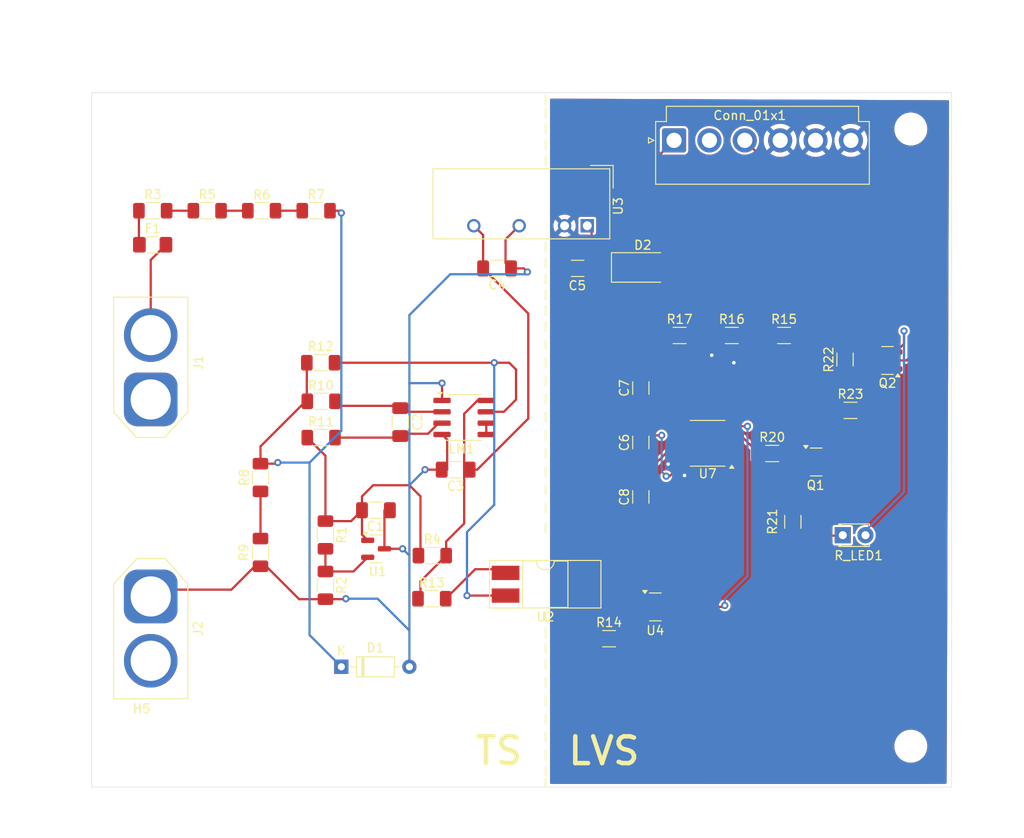
<source format=kicad_pcb>
(kicad_pcb (version 20240108) (generator "pcbnew") (generator_version "8.0")
  (layers (0 "F.Cu" signal) (31 "B.Cu" signal) (34 "B.Paste" user) (35 "F.Paste" user) (36 "B.SilkS" user "B.Silkscreen") (37 "F.SilkS" user "F.Silkscreen") (38 "B.Mask" user) (39 "F.Mask" user) (44 "Edge.Cuts" user))
  (net 0 "")
  (net 1 "GND")
  (net 2 "/Vref")
  (net 3 "Net-(LM1--)")
  (net 4 "Net-(LM1-+)")
  (net 5 "+12V")
  (net 6 "GLV-")
  (net 7 "VCC")
  (net 8 "Net-(U7-CV)")
  (net 9 "Net-(U7-THR)")
  (net 10 "/RED+")
  (net 11 "GLV+")
  (net 13 "/Vin")
  (net 14 "Net-(J1-Pin_2)")
  (net 17 "Net-(F1-Pad1)")
  (net 18 "Net-(R3-Pad2)")
  (net 19 "Net-(R5-Pad2)")
  (net 20 "Net-(R6-Pad1)")
  (net 21 "Net-(R8-Pad1)")
  (net 22 "Net-(LM1-Pad7)")
  (net 23 "Net-(R13-Pad2)")
  (net 24 "Net-(U4-G)")
  (net 25 "Net-(U4-D)")
  (net 26 "Net-(U7-DIS)")
  (net 27 "Net-(R_LED1-K)")
  (net 28 "Net-(LM1-BAL)")
  (net 29 "Net-(Q1-C)")
  (net 30 "Net-(Q1-B)")
  (net 31 "Net-(U1-REF)")
  (net 32 "Net-(U7-Q)")
  (footprint "Connector_JST:JST_VH_B6P-VH_1x06_P3.96mm_Vertical" (layer "F.Cu") (at 148.244001 71.374)
    (property "Reference" "Conn_01x1" (at 8.473999 -2.794 0) (layer "F.SilkS"))
    (property "Value" "Conn_01x06")
    (pad "1" thru_hole roundrect (at 0 0) (size 2.7 2.7) (drill 1.7) (layers "*.Cu" "*.Mask") (roundrect_rratio 0.092593) (net 11 "GLV+"))
    (pad "2" thru_hole circle (at 3.96 0) (size 2.7 2.7) (drill 1.7) (layers "*.Cu" "*.Mask"))
    (pad "3" thru_hole circle (at 7.92 0) (size 2.7 2.7) (drill 1.7) (layers "*.Cu" "*.Mask") (net 10 "/RED+"))
    (pad "4" thru_hole circle (at 11.88 0) (size 2.7 2.7) (drill 1.7) (layers "*.Cu" "*.Mask") (net 6 "GLV-"))
    (pad "5" thru_hole circle (at 15.84 0) (size 2.7 2.7) (drill 1.7) (layers "*.Cu" "*.Mask") (net 6 "GLV-"))
    (pad "6" thru_hole circle (at 19.8 0) (size 2.7 2.7) (drill 1.7) (layers "*.Cu" "*.Mask") (net 6 "GLV-"))
  )
  (footprint "Resistor_SMD:R_1206_3216Metric_Pad1.30x1.75mm_HandSolder" (layer "F.Cu") (at 121.132 122.682)
    (property "Reference" "R13" (at 0 -1.778 0) (layer "F.SilkS"))
    (property "Value" "2k2")
    (pad "1" smd roundrect (at -1.55 0) (size 1.3 1.75) (layers "F.Cu" "F.Paste" "F.Mask") (roundrect_rratio 0.192308) (net 5 "+12V"))
    (pad "2" smd roundrect (at 1.55 0) (size 1.3 1.75) (layers "F.Cu" "F.Paste" "F.Mask") (roundrect_rratio 0.192308) (net 23 "Net-(R13-Pad2)"))
  )
  (footprint "Capacitor_SMD:C_1206_3216Metric_Pad1.33x1.80mm_HandSolder" (layer "F.Cu") (at 114.874001 112.776)
    (property "Reference" "C1" (at -0.066001 1.778 0) (layer "F.SilkS"))
    (property "Value" "0.1uF")
    (pad "1" smd roundrect (at -1.5625 0) (size 1.325 1.8) (layers "F.Cu" "F.Paste" "F.Mask") (roundrect_rratio 0.188679) (net 2 "/Vref"))
    (pad "2" smd roundrect (at 1.5625 0) (size 1.325 1.8) (layers "F.Cu" "F.Paste" "F.Mask") (roundrect_rratio 0.188679) (net 1 "GND"))
  )
  (footprint "Converter_DCDC:Converter_DCDC_TRACO_TBA2-xxxx_Single_THT" (layer "F.Cu") (at 138.528446 80.929932 -90)
    (property "Reference" "U3" (at -2.189932 -3.457554 90) (layer "F.SilkS"))
    (property "Value" "B1212")
    (pad "1" thru_hole rect (at 0 0 270) (size 1.5 1.5) (drill 1) (layers "*.Cu" "*.Mask") (net 7 "VCC"))
    (pad "2" thru_hole circle (at 0 2.54 270) (size 1.5 1.5) (drill 1) (layers "*.Cu" "*.Mask") (net 6 "GLV-"))
    (pad "4" thru_hole circle (at 0 7.62 270) (size 1.5 1.5) (drill 1) (layers "*.Cu" "*.Mask") (net 1 "GND"))
    (pad "6" thru_hole circle (at 0 12.7 270) (size 1.5 1.5) (drill 1) (layers "*.Cu" "*.Mask") (net 5 "+12V"))
  )
  (footprint "Capacitor_SMD:C_1206_3216Metric_Pad1.33x1.80mm_HandSolder" (layer "F.Cu") (at 123.797447 108.234932 180)
    (property "Reference" "C3" (at 0 -1.85 180) (layer "F.SilkS"))
    (property "Value" "100n")
    (pad "1" smd roundrect (at -1.5625 0 180) (size 1.325 1.8) (layers "F.Cu" "F.Paste" "F.Mask") (roundrect_rratio 0.188679) (net 5 "+12V"))
    (pad "2" smd roundrect (at 1.5625 0 180) (size 1.325 1.8) (layers "F.Cu" "F.Paste" "F.Mask") (roundrect_rratio 0.188679) (net 1 "GND"))
  )
  (footprint "Resistor_SMD:R_1206_3216Metric_Pad1.30x1.75mm_HandSolder" (layer "F.Cu") (at 95.985999 79.248)
    (property "Reference" "R5" (at 0 -1.82 0) (layer "F.SilkS"))
    (property "Value" "249k")
    (pad "1" smd roundrect (at -1.550001 0) (size 1.3 1.75) (layers "F.Cu" "F.Paste" "F.Mask") (roundrect_rratio 0.192308) (net 18 "Net-(R3-Pad2)"))
    (pad "2" smd roundrect (at 1.550001 0) (size 1.3 1.75) (layers "F.Cu" "F.Paste" "F.Mask") (roundrect_rratio 0.192308) (net 19 "Net-(R5-Pad2)"))
  )
  (footprint "Resistor_SMD:R_1206_3216Metric_Pad1.30x1.75mm_HandSolder" (layer "F.Cu") (at 108.686 96.266)
    (property "Reference" "R12" (at 0 -1.82 0) (layer "F.SilkS"))
    (property "Value" "1M")
    (pad "1" smd roundrect (at -1.55 0) (size 1.3 1.75) (layers "F.Cu" "F.Paste" "F.Mask") (roundrect_rratio 0.192308) (net 13 "/Vin"))
    (pad "2" smd roundrect (at 1.55 0) (size 1.3 1.75) (layers "F.Cu" "F.Paste" "F.Mask") (roundrect_rratio 0.192308) (net 22 "Net-(LM1-Pad7)"))
  )
  (footprint "Resistor_SMD:R_1206_3216Metric_Pad1.30x1.75mm_HandSolder" (layer "F.Cu") (at 159.232 106.426)
    (property "Reference" "R20" (at 0 -1.82 0) (layer "F.SilkS"))
    (property "Value" "1k")
    (pad "1" smd roundrect (at -1.55 0) (size 1.3 1.75) (layers "F.Cu" "F.Paste" "F.Mask") (roundrect_rratio 0.192308) (net 32 "Net-(U7-Q)"))
    (pad "2" smd roundrect (at 1.55 0) (size 1.3 1.75) (layers "F.Cu" "F.Paste" "F.Mask") (roundrect_rratio 0.192308) (net 30 "Net-(Q1-B)"))
  )
  (footprint "Package_SO:SOIC-8_3.9x4.9mm_P1.27mm" (layer "F.Cu") (at 124.747446 102.392932)
    (property "Reference" "LM1" (at -0.287446 3.525068 0) (layer "F.SilkS"))
    (property "Value" "LM311")
    (pad "1" smd roundrect (at -2.475 -1.905) (size 1.95 0.6) (layers "F.Cu" "F.Paste" "F.Mask") (net 1 "GND"))
    (pad "2" smd roundrect (at -2.475 -0.635) (size 1.95 0.6) (layers "F.Cu" "F.Paste" "F.Mask") (net 4 "Net-(LM1-+)"))
    (pad "3" smd roundrect (at -2.475 0.635) (size 1.95 0.6) (layers "F.Cu" "F.Paste" "F.Mask") (net 3 "Net-(LM1--)"))
    (pad "4" smd roundrect (at -2.475 1.905) (size 1.95 0.6) (layers "F.Cu" "F.Paste" "F.Mask") (net 1 "GND"))
    (pad "5" smd roundrect (at 2.475 1.905) (size 1.95 0.6) (layers "F.Cu" "F.Paste" "F.Mask") (net 28 "Net-(LM1-BAL)"))
    (pad "6" smd roundrect (at 2.475 0.635) (size 1.95 0.6) (layers "F.Cu" "F.Paste" "F.Mask") (net 28 "Net-(LM1-BAL)"))
    (pad "7" smd roundrect (at 2.475 -0.635) (size 1.95 0.6) (layers "F.Cu" "F.Paste" "F.Mask") (net 22 "Net-(LM1-Pad7)"))
    (pad "8" smd roundrect (at 2.475 -1.905) (size 1.95 0.6) (layers "F.Cu" "F.Paste" "F.Mask") (net 5 "+12V"))
  )
  (footprint "Package_TO_SOT_SMD:SOT-23" (layer "F.Cu") (at 114.886499 117.094)
    (property "Reference" "U1" (at 0.175501 2.54 180) (layer "F.SilkS"))
    (property "Value" "TL431DBZ")
    (pad "1" smd roundrect (at -0.9375 -0.95) (size 1.475 0.6) (layers "F.Cu" "F.Paste" "F.Mask") (net 2 "/Vref"))
    (pad "2" smd roundrect (at -0.9375 0.95) (size 1.475 0.6) (layers "F.Cu" "F.Paste" "F.Mask") (net 31 "Net-(U1-REF)"))
    (pad "3" smd roundrect (at 0.937501 0) (size 1.475 0.6) (layers "F.Cu" "F.Paste" "F.Mask") (net 1 "GND"))
  )
  (footprint "Capacitor_SMD:C_1206_3216Metric_Pad1.33x1.80mm_HandSolder" (layer "F.Cu") (at 117.602 102.9085 -90)
    (property "Reference" "C2" (at 0 -1.932554 -90) (layer "F.SilkS"))
    (property "Value" "10n")
    (pad "1" smd roundrect (at -1.5625 0 270) (size 1.325 1.8) (layers "F.Cu" "F.Paste" "F.Mask") (roundrect_rratio 0.188679) (net 4 "Net-(LM1-+)"))
    (pad "2" smd roundrect (at 1.5625 0 270) (size 1.325 1.8) (layers "F.Cu" "F.Paste" "F.Mask") (roundrect_rratio 0.188679) (net 3 "Net-(LM1--)"))
  )
  (footprint "MountingHole:MountingHole_3.2mm_M3" (layer "F.Cu") (at 174.752 70.104 180)
    (property "Reference" "H1" (hide yes))
    (property "Value" "MountingHole")
    (pad "" np_thru_hole circle (at 0 0 180) (size 3.2 3.2) (drill 3.2) (layers "*.Cu" "*.Mask"))
  )
  (footprint "Fuse:Fuse_1206_3216Metric_Pad1.42x1.75mm_HandSolder" (layer "F.Cu") (at 89.8795 83.058)
    (property "Reference" "F1" (at 0 -1.82 0) (layer "F.SilkS"))
    (property "Value" "Fuse")
    (pad "1" smd roundrect (at -1.4875 0) (size 1.425 1.75) (layers "F.Cu" "F.Paste" "F.Mask") (roundrect_rratio 0.175439) (net 17 "Net-(F1-Pad1)"))
    (pad "2" smd roundrect (at 1.4875 0) (size 1.425 1.75) (layers "F.Cu" "F.Paste" "F.Mask") (roundrect_rratio 0.175439) (net 14 "Net-(J1-Pin_2)"))
  )
  (footprint "Resistor_SMD:R_1206_3216Metric_Pad1.30x1.75mm_HandSolder" (layer "F.Cu") (at 160.554 93.218)
    (property "Reference" "R15" (at 0 -1.82 0) (layer "F.SilkS"))
    (property "Value" "22k")
    (pad "1" smd roundrect (at -1.55 0) (size 1.3 1.75) (layers "F.Cu" "F.Paste" "F.Mask") (roundrect_rratio 0.192308) (net 25 "Net-(U4-D)"))
    (pad "2" smd roundrect (at 1.55 0) (size 1.3 1.75) (layers "F.Cu" "F.Paste" "F.Mask") (roundrect_rratio 0.192308) (net 7 "VCC"))
  )
  (footprint "Package_DIP:DIP-4_W8.89mm_SMDSocket_LongPads" (layer "F.Cu") (at 133.829446 121.061932)
    (property "Reference" "U2" (at 0.028554 3.652068 0) (layer "F.SilkS"))
    (property "Value" "LTV-817")
    (pad "1" smd rect (at -4.445 -1.27) (size 3.1 1.6) (layers "F.Cu" "F.Paste" "F.Mask") (net 23 "Net-(R13-Pad2)"))
    (pad "2" smd rect (at -4.445 1.27) (size 3.1 1.6) (layers "F.Cu" "F.Paste" "F.Mask") (net 22 "Net-(LM1-Pad7)"))
    (pad "3" smd rect (at 4.445 1.27) (size 3.1 1.6) (layers "F.Cu" "F.Paste" "F.Mask") (net 24 "Net-(U4-G)"))
    (pad "4" smd rect (at 4.445 -1.27) (size 3.1 1.6) (layers "F.Cu" "F.Paste" "F.Mask") (net 7 "VCC"))
  )
  (footprint "Capacitor_SMD:C_1206_3216Metric_Pad1.33x1.80mm_HandSolder" (layer "F.Cu") (at 144.526 111.2905 90)
    (property "Reference" "C8" (at 0 -1.85 90) (layer "F.SilkS"))
    (property "Value" "1u")
    (pad "1" smd roundrect (at -1.5625 0 90) (size 1.325 1.8) (layers "F.Cu" "F.Paste" "F.Mask") (roundrect_rratio 0.188679) (net 6 "GLV-"))
    (pad "2" smd roundrect (at 1.5625 0 90) (size 1.325 1.8) (layers "F.Cu" "F.Paste" "F.Mask") (roundrect_rratio 0.188679) (net 9 "Net-(U7-THR)"))
  )
  (footprint "Resistor_SMD:R_1206_3216Metric_Pad1.30x1.75mm_HandSolder" (layer "F.Cu") (at 108.738 104.648 180)
    (property "Reference" "R11" (at 0 1.778 180) (layer "F.SilkS"))
    (property "Value" "100")
    (pad "1" smd roundrect (at -1.55 0 180) (size 1.3 1.75) (layers "F.Cu" "F.Paste" "F.Mask") (roundrect_rratio 0.192308) (net 3 "Net-(LM1--)"))
    (pad "2" smd roundrect (at 1.55 0 180) (size 1.3 1.75) (layers "F.Cu" "F.Paste" "F.Mask") (roundrect_rratio 0.192308) (net 2 "/Vref"))
  )
  (footprint "Package_TO_SOT_SMD:SOT-23" (layer "F.Cu") (at 146.148446 123.601932)
    (property "Reference" "U4" (at 0 2.636068 0) (layer "F.SilkS"))
    (property "Value" "2N7002")
    (pad "1" smd roundrect (at -0.9375 -0.95) (size 1.475 0.6) (layers "F.Cu" "F.Paste" "F.Mask") (net 24 "Net-(U4-G)"))
    (pad "2" smd roundrect (at -0.9375 0.95) (size 1.475 0.6) (layers "F.Cu" "F.Paste" "F.Mask") (net 6 "GLV-"))
    (pad "3" smd roundrect (at 0.9375 0) (size 1.475 0.6) (layers "F.Cu" "F.Paste" "F.Mask") (net 25 "Net-(U4-D)"))
  )
  (footprint "Package_SO:SOIC-8_3.9x4.9mm_P1.27mm" (layer "F.Cu") (at 152.004 105.283 180)
    (property "Reference" "U7" (at 0 -3.4 0) (layer "F.SilkS"))
    (property "Value" "NE555")
    (pad "1" smd roundrect (at -2.475 -1.905 180) (size 1.95 0.6) (layers "F.Cu" "F.Paste" "F.Mask") (net 6 "GLV-"))
    (pad "2" smd roundrect (at -2.475 -0.635 180) (size 1.95 0.6) (layers "F.Cu" "F.Paste" "F.Mask") (net 9 "Net-(U7-THR)"))
    (pad "3" smd roundrect (at -2.475 0.635 180) (size 1.95 0.6) (layers "F.Cu" "F.Paste" "F.Mask") (net 32 "Net-(U7-Q)"))
    (pad "4" smd roundrect (at -2.475 1.905 180) (size 1.95 0.6) (layers "F.Cu" "F.Paste" "F.Mask") (net 25 "Net-(U4-D)"))
    (pad "5" smd roundrect (at 2.475 1.905 180) (size 1.95 0.6) (layers "F.Cu" "F.Paste" "F.Mask") (net 8 "Net-(U7-CV)"))
    (pad "6" smd roundrect (at 2.475 0.635 180) (size 1.95 0.6) (layers "F.Cu" "F.Paste" "F.Mask") (net 9 "Net-(U7-THR)"))
    (pad "7" smd roundrect (at 2.475 -0.635 180) (size 1.95 0.6) (layers "F.Cu" "F.Paste" "F.Mask") (net 26 "Net-(U7-DIS)"))
    (pad "8" smd roundrect (at 2.475 -1.905 180) (size 1.95 0.6) (layers "F.Cu" "F.Paste" "F.Mask") (net 7 "VCC"))
  )
  (footprint "Resistor_SMD:R_1206_3216Metric_Pad1.30x1.75mm_HandSolder" (layer "F.Cu") (at 121.184001 117.856)
    (property "Reference" "R4" (at 0 -1.82 0) (layer "F.SilkS"))
    (property "Value" "2k2")
    (pad "1" smd roundrect (at -1.550001 0) (size 1.3 1.75) (layers "F.Cu" "F.Paste" "F.Mask") (roundrect_rratio 0.192308) (net 2 "/Vref"))
    (pad "2" smd roundrect (at 1.550001 0) (size 1.3 1.75) (layers "F.Cu" "F.Paste" "F.Mask") (roundrect_rratio 0.192308) (net 5 "+12V"))
  )
  (footprint "Resistor_SMD:R_1206_3216Metric_Pad1.30x1.75mm_HandSolder" (layer "F.Cu") (at 101.95 109.1165 90)
    (property "Reference" "R8" (at 0 -1.82 90) (layer "F.SilkS"))
    (property "Value" "25k")
    (pad "1" smd roundrect (at -1.55 0 90) (size 1.3 1.75) (layers "F.Cu" "F.Paste" "F.Mask") (roundrect_rratio 0.192308) (net 21 "Net-(R8-Pad1)"))
    (pad "2" smd roundrect (at 1.55 0 90) (size 1.3 1.75) (layers "F.Cu" "F.Paste" "F.Mask") (roundrect_rratio 0.192308) (net 13 "/Vin"))
  )
  (footprint "Resistor_SMD:R_1206_3216Metric_Pad1.30x1.75mm_HandSolder" (layer "F.Cu") (at 148.87 93.218)
    (property "Reference" "R17" (at 0 -1.82 0) (layer "F.SilkS"))
    (property "Value" "220k")
    (pad "1" smd roundrect (at -1.55 0) (size 1.3 1.75) (layers "F.Cu" "F.Paste" "F.Mask") (roundrect_rratio 0.192308) (net 9 "Net-(U7-THR)"))
    (pad "2" smd roundrect (at 1.55 0) (size 1.3 1.75) (layers "F.Cu" "F.Paste" "F.Mask") (roundrect_rratio 0.192308) (net 26 "Net-(U7-DIS)"))
  )
  (footprint "Resistor_SMD:R_1206_3216Metric_Pad1.30x1.75mm_HandSolder" (layer "F.Cu") (at 108.738 100.584 180)
    (property "Reference" "R10" (at 0.026 1.778 180) (layer "F.SilkS"))
    (property "Value" "100")
    (pad "1" smd roundrect (at -1.55 0 180) (size 1.3 1.75) (layers "F.Cu" "F.Paste" "F.Mask") (roundrect_rratio 0.192308) (net 4 "Net-(LM1-+)"))
    (pad "2" smd roundrect (at 1.55 0 180) (size 1.3 1.75) (layers "F.Cu" "F.Paste" "F.Mask") (roundrect_rratio 0.192308) (net 13 "/Vin"))
  )
  (footprint "Resistor_SMD:R_1206_3216Metric_Pad1.30x1.75mm_HandSolder" (layer "F.Cu") (at 167.386 95.9085 90)
    (property "Reference" "R22" (at 0 -1.82 90) (layer "F.SilkS"))
    (property "Value" "1k")
    (pad "1" smd roundrect (at -1.55 0 90) (size 1.3 1.75) (layers "F.Cu" "F.Paste" "F.Mask") (roundrect_rratio 0.192308) (net 29 "Net-(Q1-C)"))
    (pad "2" smd roundrect (at 1.55 0 90) (size 1.3 1.75) (layers "F.Cu" "F.Paste" "F.Mask") (roundrect_rratio 0.192308) (net 7 "VCC"))
  )
  (footprint "Capacitor_SMD:C_1206_3216Metric_Pad1.33x1.80mm_HandSolder" (layer "F.Cu") (at 137.4525 85.703432)
    (property "Reference" "C5" (at -0.0385 1.926568 0) (layer "F.SilkS"))
    (property "Value" "2.2uF")
    (pad "1" smd roundrect (at -1.5625 0) (size 1.325 1.8) (layers "F.Cu" "F.Paste" "F.Mask") (roundrect_rratio 0.188679) (net 6 "GLV-"))
    (pad "2" smd roundrect (at 1.5625 0) (size 1.325 1.8) (layers "F.Cu" "F.Paste" "F.Mask") (roundrect_rratio 0.188679) (net 7 "VCC"))
  )
  (footprint "Resistor_SMD:R_1206_3216Metric_Pad1.30x1.75mm_HandSolder" (layer "F.Cu") (at 161.544 114.072 -90)
    (property "Reference" "R21" (at -0.026 2.286 -90) (layer "F.SilkS"))
    (property "Value" "1k")
    (pad "1" smd roundrect (at -1.55 0 270) (size 1.3 1.75) (layers "F.Cu" "F.Paste" "F.Mask") (roundrect_rratio 0.192308) (net 29 "Net-(Q1-C)"))
    (pad "2" smd roundrect (at 1.55 0 270) (size 1.3 1.75) (layers "F.Cu" "F.Paste" "F.Mask") (roundrect_rratio 0.192308) (net 27 "Net-(R_LED1-K)"))
  )
  (footprint "MountingHole:MountingHole_3.2mm_M3" (layer "F.Cu") (at 88.646 139.192)
    (property "Reference" "H5" (at 0 -4.2 0) (layer "F.SilkS"))
    (property "Value" "MountingHole")
    (pad "" np_thru_hole circle (at 0 0) (size 3.2 3.2) (drill 3.2) (layers "*.Cu" "*.Mask"))
  )
  (footprint "Diode_SMD:D_SMA" (layer "F.Cu") (at 144.748 85.598)
    (property "Reference" "D2" (at 0 -2.5 0) (layer "F.SilkS"))
    (property "Value" "D")
    (pad "1" smd roundrect (at -2 0) (size 2.5 1.8) (layers "F.Cu" "F.Paste" "F.Mask") (roundrect_rratio 0.1388888889) (net 7 "VCC"))
    (pad "2" smd roundrect (at 2 0) (size 2.5 1.8) (layers "F.Cu" "F.Paste" "F.Mask") (roundrect_rratio 0.1388888889) (net 11 "GLV+"))
  )
  (footprint "MountingHole:MountingHole_3.2mm_M3" (layer "F.Cu") (at 88.646 70.104 180)
    (property "Reference" "H2" (hide yes))
    (property "Value" "MountingHole")
    (pad "" np_thru_hole circle (at 0 0 180) (size 3.2 3.2) (drill 3.2) (layers "*.Cu" "*.Mask"))
  )
  (footprint "MountingHole:MountingHole_3.2mm_M3" (layer "F.Cu") (at 174.752 139.192)
    (property "Reference" "H4" (hide yes))
    (property "Value" "MountingHole")
    (pad "" np_thru_hole circle (at 0 0) (size 3.2 3.2) (drill 3.2) (layers "*.Cu" "*.Mask"))
  )
  (footprint "Capacitor_SMD:C_1206_3216Metric_Pad1.33x1.80mm_HandSolder" (layer "F.Cu") (at 128.430946 85.703432 180)
    (property "Reference" "C4" (at 0 -1.85 180) (layer "F.SilkS"))
    (property "Value" "1uF")
    (pad "1" smd roundrect (at -1.5625 0 180) (size 1.325 1.8) (layers "F.Cu" "F.Paste" "F.Mask") (roundrect_rratio 0.188679) (net 1 "GND"))
    (pad "2" smd roundrect (at 1.5625 0 180) (size 1.325 1.8) (layers "F.Cu" "F.Paste" "F.Mask") (roundrect_rratio 0.188679) (net 5 "+12V"))
  )
  (footprint "Resistor_SMD:R_1206_3216Metric_Pad1.30x1.75mm_HandSolder" (layer "F.Cu") (at 102.081999 79.248 180)
    (property "Reference" "R6" (at -0.026001 1.778 0) (layer "F.SilkS"))
    (property "Value" "249k")
    (pad "1" smd roundrect (at -1.550001 0 180) (size 1.3 1.75) (layers "F.Cu" "F.Paste" "F.Mask") (roundrect_rratio 0.192308) (net 20 "Net-(R6-Pad1)"))
    (pad "2" smd roundrect (at 1.550001 0 180) (size 1.3 1.75) (layers "F.Cu" "F.Paste" "F.Mask") (roundrect_rratio 0.192308) (net 19 "Net-(R5-Pad2)"))
  )
  (footprint "Resistor_SMD:R_1206_3216Metric_Pad1.30x1.75mm_HandSolder" (layer "F.Cu") (at 154.712 93.218)
    (property "Reference" "R16" (at 0 -1.82 0) (layer "F.SilkS"))
    (property "Value" "22k")
    (pad "1" smd roundrect (at -1.55 0) (size 1.3 1.75) (layers "F.Cu" "F.Paste" "F.Mask") (roundrect_rratio 0.192308) (net 26 "Net-(U7-DIS)"))
    (pad "2" smd roundrect (at 1.55 0) (size 1.3 1.75) (layers "F.Cu" "F.Paste" "F.Mask") (roundrect_rratio 0.192308) (net 7 "VCC"))
  )
  (footprint "Connector_AMASS:AMASS_XT60-M_1x02_P7.20mm_Vertical" (layer "F.Cu") (at 89.662 122.428 -90)
    (property "Reference" "J2" (at 3.6 -5.3 90) (layer "F.SilkS"))
    (property "Value" "Conn_01x02_Pin")
    (pad "1" thru_hole roundrect (at 0 0 270) (size 6 6) (drill 4.5) (layers "*.Cu" "*.Mask") (net 1 "GND"))
    (pad "2" thru_hole circle (at 7.2 0 270) (size 6 6) (drill 4.5) (layers "*.Cu" "*.Mask"))
  )
  (footprint "LED_THT:LED_D1.8mm_W3.3mm_H2.4mm" (layer "F.Cu") (at 167.132 115.57)
    (property "Reference" "R_LED1" (at 1.778 2.286 0) (layer "F.SilkS"))
    (property "Value" "VHI")
    (pad "1" thru_hole rect (at 0 0) (size 1.8 1.8) (drill 0.9) (layers "*.Cu" "*.Mask") (net 27 "Net-(R_LED1-K)"))
    (pad "2" thru_hole circle (at 2.54 0) (size 1.8 1.8) (drill 0.9) (layers "*.Cu" "*.Mask") (net 7 "VCC"))
  )
  (footprint "Package_TO_SOT_SMD:SOT-23" (layer "F.Cu") (at 172.133501 96.012 180)
    (property "Reference" "Q2" (at 0 -2.54 0) (layer "F.SilkS"))
    (property "Value" "AO3401A")
    (pad "1" smd roundrect (at -0.9375 -0.95 180) (size 1.475 0.6) (layers "F.Cu" "F.Paste" "F.Mask") (net 29 "Net-(Q1-C)"))
    (pad "2" smd roundrect (at -0.9375 0.95 180) (size 1.475 0.6) (layers "F.Cu" "F.Paste" "F.Mask") (net 7 "VCC"))
    (pad "3" smd roundrect (at 0.937501 0 180) (size 1.475 0.6) (layers "F.Cu" "F.Paste" "F.Mask") (net 10 "/RED+"))
  )
  (footprint "Resistor_SMD:R_1206_3216Metric_Pad1.30x1.75mm_HandSolder" (layer "F.Cu") (at 109.22 121.184 -90)
    (property "Reference" "R2" (at 0 -1.82 -90) (layer "F.SilkS"))
    (property "Value" "10k")
    (pad "1" smd roundrect (at -1.55 0 270) (size 1.3 1.75) (layers "F.Cu" "F.Paste" "F.Mask") (roundrect_rratio 0.192308) (net 31 "Net-(U1-REF)"))
    (pad "2" smd roundrect (at 1.55 0 270) (size 1.3 1.75) (layers "F.Cu" "F.Paste" "F.Mask") (roundrect_rratio 0.192308) (net 1 "GND"))
  )
  (footprint "Resistor_SMD:R_1206_3216Metric_Pad1.30x1.75mm_HandSolder" (layer "F.Cu") (at 89.889999 79.248)
    (property "Reference" "R3" (at 0 -1.82 0) (layer "F.SilkS"))
    (property "Value" "249k")
    (pad "1" smd roundrect (at -1.550001 0) (size 1.3 1.75) (layers "F.Cu" "F.Paste" "F.Mask") (roundrect_rratio 0.192308) (net 17 "Net-(F1-Pad1)"))
    (pad "2" smd roundrect (at 1.550001 0) (size 1.3 1.75) (layers "F.Cu" "F.Paste" "F.Mask") (roundrect_rratio 0.192308) (net 18 "Net-(R3-Pad2)"))
  )
  (footprint "Capacitor_SMD:C_1206_3216Metric_Pad1.33x1.80mm_HandSolder" (layer "F.Cu") (at 144.526 99.0985 90)
    (property "Reference" "C7" (at 0 -1.85 90) (layer "F.SilkS"))
    (property "Value" "100n")
    (pad "1" smd roundrect (at -1.5625 0 90) (size 1.325 1.8) (layers "F.Cu" "F.Paste" "F.Mask") (roundrect_rratio 0.188679) (net 6 "GLV-"))
    (pad "2" smd roundrect (at 1.5625 0 90) (size 1.325 1.8) (layers "F.Cu" "F.Paste" "F.Mask") (roundrect_rratio 0.188679) (net 8 "Net-(U7-CV)"))
  )
  (footprint "Package_TO_SOT_SMD:SOT-23" (layer "F.Cu") (at 164.1625 107.376)
    (property "Reference" "Q1" (at -0.0785 2.606 0) (layer "F.SilkS"))
    (property "Value" "MMBT3904")
    (pad "1" smd roundrect (at -0.9375 -0.95) (size 1.475 0.6) (layers "F.Cu" "F.Paste" "F.Mask") (net 30 "Net-(Q1-B)"))
    (pad "2" smd roundrect (at -0.9375 0.95) (size 1.475 0.6) (layers "F.Cu" "F.Paste" "F.Mask") (net 6 "GLV-"))
    (pad "3" smd roundrect (at 0.9375 0) (size 1.475 0.6) (layers "F.Cu" "F.Paste" "F.Mask") (net 29 "Net-(Q1-C)"))
  )
  (footprint "Capacitor_SMD:C_1206_3216Metric_Pad1.33x1.80mm_HandSolder" (layer "F.Cu") (at 144.526 105.1945 90)
    (property "Reference" "C6" (at 0 -1.85 90) (layer "F.SilkS"))
    (property "Value" "100n")
    (pad "1" smd roundrect (at -1.5625 0 90) (size 1.325 1.8) (layers "F.Cu" "F.Paste" "F.Mask") (roundrect_rratio 0.188679) (net 6 "GLV-"))
    (pad "2" smd roundrect (at 1.5625 0 90) (size 1.325 1.8) (layers "F.Cu" "F.Paste" "F.Mask") (roundrect_rratio 0.188679) (net 7 "VCC"))
  )
  (footprint "Resistor_SMD:R_1206_3216Metric_Pad1.30x1.75mm_HandSolder" (layer "F.Cu") (at 167.9975 101.6)
    (property "Reference" "R23" (at 0 -1.82 0) (layer "F.SilkS"))
    (property "Value" "100k")
    (pad "1" smd roundrect (at -1.55 0) (size 1.3 1.75) (layers "F.Cu" "F.Paste" "F.Mask") (roundrect_rratio 0.192308) (net 6 "GLV-"))
    (pad "2" smd roundrect (at 1.55 0) (size 1.3 1.75) (layers "F.Cu" "F.Paste" "F.Mask") (roundrect_rratio 0.192308) (net 29 "Net-(Q1-C)"))
  )
  (footprint "Diode_THT:D_DO-35_SOD27_P7.62mm_Horizontal" (layer "F.Cu") (at 110.998 130.302)
    (property "Reference" "D1" (at 3.81 -2.12 0) (layer "F.SilkS"))
    (property "Value" "12V")
    (fp_text user "K" (at 0 -1.8 0) (layer "F.SilkS"))
    (pad "1" thru_hole rect (at 0 0) (size 1.6 1.6) (drill 0.8) (layers "*.Cu" "*.Mask") (net 13 "/Vin"))
    (pad "2" thru_hole oval (at 7.62 0) (size 1.6 1.6) (drill 0.8) (layers "*.Cu" "*.Mask") (net 1 "GND"))
  )
  (footprint "Resistor_SMD:R_1206_3216Metric_Pad1.30x1.75mm_HandSolder" (layer "F.Cu") (at 101.95 117.4985 -90)
    (property "Reference" "R9" (at 0 1.874 -90) (layer "F.SilkS"))
    (property "Value" "1k")
    (pad "1" smd roundrect (at -1.55 0 270) (size 1.3 1.75) (layers "F.Cu" "F.Paste" "F.Mask") (roundrect_rratio 0.192308) (net 21 "Net-(R8-Pad1)"))
    (pad "2" smd roundrect (at 1.55 0 270) (size 1.3 1.75) (layers "F.Cu" "F.Paste" "F.Mask") (roundrect_rratio 0.192308) (net 1 "GND"))
  )
  (footprint "Resistor_SMD:R_1206_3216Metric_Pad1.30x1.75mm_HandSolder" (layer "F.Cu") (at 109.22 115.544 -90)
    (property "Reference" "R1" (at 0 -1.82 90) (layer "F.SilkS"))
    (property "Value" "2k")
    (pad "1" smd roundrect (at -1.550001 0 270) (size 1.3 1.75) (layers "F.Cu" "F.Paste" "F.Mask") (roundrect_rratio 0.192308) (net 2 "/Vref"))
    (pad "2" smd roundrect (at 1.550001 0 270) (size 1.3 1.75) (layers "F.Cu" "F.Paste" "F.Mask") (roundrect_rratio 0.192308) (net 31 "Net-(U1-REF)"))
  )
  (footprint "Resistor_SMD:R_1206_3216Metric_Pad1.30x1.75mm_HandSolder" (layer "F.Cu") (at 140.964946 127.157932)
    (property "Reference" "R14" (at 0 -1.82 0) (layer "F.SilkS"))
    (property "Value" "10k")
    (pad "1" smd roundrect (at -1.55 0) (size 1.3 1.75) (layers "F.Cu" "F.Paste" "F.Mask") (roundrect_rratio 0.192308) (net 24 "Net-(U4-G)"))
    (pad "2" smd roundrect (at 1.55 0) (size 1.3 1.75) (layers "F.Cu" "F.Paste" "F.Mask") (roundrect_rratio 0.192308) (net 6 "GLV-"))
  )
  (footprint "Connector_AMASS:AMASS_XT60-M_1x02_P7.20mm_Vertical" (layer "F.Cu") (at 89.662 100.374 90)
    (property "Reference" "J1" (at 4.108 5.334 -90) (layer "F.SilkS"))
    (property "Value" "Conn_01x02_Pin")
    (pad "1" thru_hole roundrect (at 0 0 90) (size 6 6) (drill 4.5) (layers "*.Cu" "*.Mask"))
    (pad "2" thru_hole circle (at 7.2 0 90) (size 6 6) (drill 4.5) (layers "*.Cu" "*.Mask") (net 14 "Net-(J1-Pin_2)"))
  )
  (footprint "Resistor_SMD:R_1206_3216Metric_Pad1.30x1.75mm_HandSolder" (layer "F.Cu") (at 108.177999 79.248)
    (property "Reference" "R7" (at 0 -1.82 0) (layer "F.SilkS"))
    (property "Value" "249k")
    (pad "1" smd roundrect (at -1.550001 0) (size 1.3 1.75) (layers "F.Cu" "F.Paste" "F.Mask") (roundrect_rratio 0.192308) (net 20 "Net-(R6-Pad1)"))
    (pad "2" smd roundrect (at 1.550001 0) (size 1.3 1.75) (layers "F.Cu" "F.Paste" "F.Mask") (roundrect_rratio 0.192308) (net 13 "/Vin"))
  )
  (gr_line (start 133.858 82.804) (end 133.858 83.82) (stroke (width 0.2)) (layer "F.SilkS"))
  (gr_line (start 133.858 66.294) (end 133.858 67.31) (stroke (width 0.2)) (layer "F.SilkS"))
  (gr_line (start 133.858 93.726) (end 133.858 94.742) (stroke (width 0.2)) (layer "F.SilkS"))
  (gr_line (start 133.858 71.374) (end 133.858 72.39) (stroke (width 0.2)) (layer "F.SilkS"))
  (gr_line (start 133.858 133.604) (end 133.858 134.62) (stroke (width 0.2)) (layer "F.SilkS"))
  (gr_line (start 133.858 67.818) (end 133.858 68.834) (stroke (width 0.2)) (layer "F.SilkS"))
  (gr_line (start 133.858 112.014) (end 133.858 113.03) (stroke (width 0.2)) (layer "F.SilkS"))
  (gr_line (start 133.858 69.596) (end 133.858 70.612) (stroke (width 0.2)) (layer "F.SilkS"))
  (gr_line (start 133.858 141.478) (end 133.858 142.494) (stroke (width 0.2)) (layer "F.SilkS"))
  (gr_line (start 133.858 97.79) (end 133.858 98.806) (stroke (width 0.2)) (layer "F.SilkS"))
  (gr_line (start 133.858 95.758) (end 133.858 96.774) (stroke (width 0.2)) (layer "F.SilkS"))
  (gr_line (start 133.858 109.982) (end 133.858 110.998) (stroke (width 0.2)) (layer "F.SilkS"))
  (gr_line (start 133.858 137.668) (end 133.858 138.684) (stroke (width 0.2)) (layer "F.SilkS"))
  (gr_line (start 133.858 99.822) (end 133.858 100.838) (stroke (width 0.2)) (layer "F.SilkS"))
  (gr_line (start 133.858 84.582) (end 133.858 85.598) (stroke (width 0.2)) (layer "F.SilkS"))
  (gr_line (start 133.858 124.206) (end 133.858 125.222) (stroke (width 0.2)) (layer "F.SilkS"))
  (gr_line (start 133.858 101.854) (end 133.858 102.87) (stroke (width 0.2)) (layer "F.SilkS"))
  (gr_line (start 133.858 139.7) (end 133.858 140.716) (stroke (width 0.2)) (layer "F.SilkS"))
  (gr_line (start 133.858 86.36) (end 133.858 87.376) (stroke (width 0.2)) (layer "F.SilkS"))
  (gr_line (start 133.858 89.916) (end 133.858 90.932) (stroke (width 0.2)) (layer "F.SilkS"))
  (gr_line (start 133.858 73.152) (end 133.858 74.168) (stroke (width 0.2)) (layer "F.SilkS"))
  (gr_line (start 133.858 135.636) (end 133.858 136.652) (stroke (width 0.2)) (layer "F.SilkS"))
  (gr_line (start 133.858 142.875) (end 133.858 143.637) (stroke (width 0.2)) (layer "F.SilkS"))
  (gr_line (start 133.858 91.694) (end 133.858 92.71) (stroke (width 0.2)) (layer "F.SilkS"))
  (gr_line (start 133.858 103.886) (end 133.858 104.902) (stroke (width 0.2)) (layer "F.SilkS"))
  (gr_line (start 133.858 107.95) (end 133.858 108.966) (stroke (width 0.2)) (layer "F.SilkS"))
  (gr_line (start 133.858 125.984) (end 133.858 127) (stroke (width 0.2)) (layer "F.SilkS"))
  (gr_line (start 133.858 105.918) (end 133.858 106.934) (stroke (width 0.2)) (layer "F.SilkS"))
  (gr_line (start 133.858 127.762) (end 133.858 128.778) (stroke (width 0.2)) (layer "F.SilkS"))
  (gr_line (start 133.858 131.572) (end 133.858 132.588) (stroke (width 0.2)) (layer "F.SilkS"))
  (gr_line (start 133.858 114.3) (end 133.858 115.316) (stroke (width 0.2)) (layer "F.SilkS"))
  (gr_line (start 133.858 88.138) (end 133.858 89.154) (stroke (width 0.2)) (layer "F.SilkS"))
  (gr_line (start 133.858 129.54) (end 133.858 130.556) (stroke (width 0.2)) (layer "F.SilkS"))
  (gr_rect (start 83.058 66.04) (end 179.324 143.764) (stroke (width 0.05)) (fill none) (layer "Edge.Cuts"))
  (gr_text "TS" (at 125.73 141.478 0) (layer "F.SilkS") (effects (font (size 3 3) (thickness 0.5) (bold yes)) (justify left bottom)))
  (gr_text "LVS" (at 136.144 141.478 0) (layer "F.SilkS") (effects (font (size 3 3) (thickness 0.5) (bold yes)) (justify left bottom)))
  (segment (start 98.695 121.666) (end 101.3125 119.0485) (width 0.25) (layer "F.Cu") (net 1))
  (segment (start 129.380945 85.090931) (end 129.993446 85.703432) (width 0.25) (layer "F.Cu") (net 1))
  (segment (start 130.908446 80.929932) (end 129.380945 82.457433) (width 0.25) (layer "F.Cu") (net 1))
  (segment (start 122.272446 98.552) (end 122.272446 100.487932) (width 0.25) (layer "F.Cu") (net 1))
  (segment (start 122.272446 104.297932) (end 122.847448 104.872934) (width 0.25) (layer "F.Cu") (net 1))
  (segment (start 131.826 86.106) (end 131.423432 85.703432) (width 0.25) (layer "F.Cu") (net 1))
  (segment (start 111.454 122.734) (end 111.506 122.682) (width 0.25) (layer "F.Cu") (net 1))
  (segment (start 106.273 122.734) (end 109.22 122.734) (width 0.25) (layer "F.Cu") (net 1))
  (segment (start 90.678 121.666) (end 98.695 121.666) (width 0.25) (layer "F.Cu") (net 1))
  (segment (start 120.365068 108.234932) (end 122.847448 108.234932) (width 0.25) (layer "F.Cu") (net 1))
  (segment (start 115.824 112.776) (end 115.824 117.094) (width 0.25) (layer "F.Cu") (net 1))
  (segment (start 118.607 130.291) (end 118.618 130.302) (width 0.25) (layer "F.Cu") (net 1))
  (segment (start 117.856 117.094) (end 115.824 117.094) (width 0.25) (layer "F.Cu") (net 1))
  (segment (start 122.847448 104.872934) (end 122.847448 108.234932) (width 0.25) (layer "F.Cu") (net 1))
  (segment (start 131.423432 85.703432) (end 129.993446 85.703432) (width 0.25) (layer "F.Cu") (net 1))
  (segment (start 102.5875 119.0485) (end 106.273 122.734) (width 0.25) (layer "F.Cu") (net 1))
  (segment (start 129.380945 82.457433) (end 129.380945 85.090931) (width 0.25) (layer "F.Cu") (net 1))
  (segment (start 101.3125 119.0485) (end 102.5875 119.0485) (width 0.25) (layer "F.Cu") (net 1))
  (segment (start 109.22 122.734) (end 111.454 122.734) (width 0.25) (layer "F.Cu") (net 1))
  (via (at 131.826 86.106) (size 0.8) (drill 0.4) (layers "F.Cu" "B.Cu") (net 1))
  (via (at 120.365068 108.234932) (size 0.8) (drill 0.4) (layers "F.Cu" "B.Cu") (net 1))
  (via (at 122.272446 98.552) (size 0.8) (drill 0.4) (layers "F.Cu" "B.Cu") (net 1))
  (via (at 117.856 117.094) (size 0.8) (drill 0.4) (layers "F.Cu" "B.Cu") (net 1))
  (via (at 111.506 122.682) (size 0.8) (drill 0.4) (layers "F.Cu" "B.Cu") (net 1))
  (segment (start 118.618 98.552) (end 118.618 117.856) (width 0.25) (layer "B.Cu") (net 1))
  (segment (start 122.272446 98.552) (end 118.618 98.552) (width 0.25) (layer "B.Cu") (net 1))
  (segment (start 115.062 122.682) (end 118.618 126.238) (width 0.25) (layer "B.Cu") (net 1))
  (segment (start 118.618 126.238) (end 118.618 130.302) (width 0.25) (layer "B.Cu") (net 1))
  (segment (start 131.826 86.106) (end 131.572 86.36) (width 0.25) (layer "B.Cu") (net 1))
  (segment (start 131.572 86.36) (end 123.19 86.36) (width 0.25) (layer "B.Cu") (net 1))
  (segment (start 123.19 86.36) (end 118.618 90.932) (width 0.25) (layer "B.Cu") (net 1))
  (segment (start 118.618 118.872) (end 118.618 126.238) (width 0.25) (layer "B.Cu") (net 1))
  (segment (start 120.365068 108.234932) (end 118.618 109.982) (width 0.25) (layer "B.Cu") (net 1))
  (segment (start 111.506 122.682) (end 115.062 122.682) (width 0.25) (layer "B.Cu") (net 1))
  (segment (start 117.856 117.094) (end 118.618 117.856) (width 0.25) (layer "B.Cu") (net 1))
  (segment (start 118.618 90.932) (end 118.618 98.552) (width 0.25) (layer "B.Cu") (net 1))
  (segment (start 118.618 117.856) (end 118.618 118.872) (width 0.25) (layer "B.Cu") (net 1))
  (segment (start 113.311501 112.776) (end 112.093502 113.993999) (width 0.25) (layer "F.Cu") (net 2))
  (segment (start 119.634 117.856) (end 119.859446 117.630554) (width 0.25) (layer "F.Cu") (net 2))
  (segment (start 119.859446 111.223446) (end 118.618 109.982) (width 0.25) (layer "F.Cu") (net 2))
  (segment (start 109.22 113.993999) (end 109.22 106.68) (width 0.25) (layer "F.Cu") (net 2))
  (segment (start 113.311501 111.224499) (end 113.311501 112.776) (width 0.25) (layer "F.Cu") (net 2))
  (segment (start 113.311501 112.776) (end 113.311501 115.506502) (width 0.25) (layer "F.Cu") (net 2))
  (segment (start 118.618 109.982) (end 114.554 109.982) (width 0.25) (layer "F.Cu") (net 2))
  (segment (start 119.859446 117.630554) (end 119.859446 111.223446) (width 0.25) (layer "F.Cu") (net 2))
  (segment (start 114.554 109.982) (end 113.311501 111.224499) (width 0.25) (layer "F.Cu") (net 2))
  (segment (start 113.311501 115.506502) (end 113.948999 116.144) (width 0.25) (layer "F.Cu") (net 2))
  (segment (start 109.22 113.993999) (end 112.093502 113.993999) (width 0.25) (layer "F.Cu") (net 2))
  (segment (start 109.22 106.68) (end 106.934 104.394) (width 0.25) (layer "F.Cu") (net 2))
  (segment (start 117.425 104.648) (end 117.856 104.217) (width 0.25) (layer "F.Cu") (net 3))
  (segment (start 120.70247 104.217) (end 121.891538 103.027932) (width 0.25) (layer "F.Cu") (net 3))
  (segment (start 117.856 104.217) (end 120.70247 104.217) (width 0.25) (layer "F.Cu") (net 3))
  (segment (start 121.891538 103.027932) (end 122.272446 103.027932) (width 0.25) (layer "F.Cu") (net 3))
  (segment (start 110.288 104.648) (end 117.425 104.648) (width 0.25) (layer "F.Cu") (net 3))
  (segment (start 117.348 101.092) (end 118.013932 101.757932) (width 0.25) (layer "F.Cu") (net 4))
  (segment (start 118.013932 101.757932) (end 122.272446 101.757932) (width 0.25) (layer "F.Cu") (net 4))
  (segment (start 110.796 101.092) (end 117.348 101.092) (width 0.25) (layer "F.Cu") (net 4))
  (segment (start 110.191946 100.487946) (end 110.796 101.092) (width 0.25) (layer "F.Cu") (net 4))
  (segment (start 126.209446 108.234932) (end 131.924446 102.519932) (width 0.25) (layer "F.Cu") (net 5))
  (segment (start 124.747446 108.234932) (end 126.209446 108.234932) (width 0.25) (layer "F.Cu") (net 5))
  (segment (start 122.734002 117.856) (end 119.859446 120.730556) (width 0.25) (layer "F.Cu") (net 5))
  (segment (start 126.868446 81.969932) (end 125.828446 80.929932) (width 0.25) (layer "F.Cu") (net 5))
  (segment (start 124.747446 101.987933) (end 124.747446 108.234932) (width 0.25) (layer "F.Cu") (net 5))
  (segment (start 124.747446 114.266554) (end 122.734002 116.279998) (width 0.25) (layer "F.Cu") (net 5))
  (segment (start 127.222446 100.487932) (end 126.247447 100.487932) (width 0.25) (layer "F.Cu") (net 5))
  (segment (start 131.924446 102.519932) (end 131.924446 90.759432) (width 0.25) (layer "F.Cu") (net 5))
  (segment (start 122.734002 116.279998) (end 122.734002 117.856) (width 0.25) (layer "F.Cu") (net 5))
  (segment (start 124.747446 108.234932) (end 124.747446 114.266554) (width 0.25) (layer "F.Cu") (net 5))
  (segment (start 126.868446 85.703432) (end 126.868446 81.969932) (width 0.25) (layer "F.Cu") (net 5))
  (segment (start 131.924446 90.759432) (end 126.868446 85.703432) (width 0.25) (layer "F.Cu") (net 5))
  (segment (start 119.859446 120.730556) (end 119.859446 122.404554) (width 0.25) (layer "F.Cu") (net 5))
  (segment (start 126.247447 100.487932) (end 124.747446 101.987933) (width 0.25) (layer "F.Cu") (net 5))
  (segment (start 161.92 103.466) (end 161.798 103.588) (width 0.25) (layer "F.Cu") (net 6))
  (via (at 147.584 107.616) (size 0.8) (drill 0.4) (layers "F.Cu" "B.Cu") (net 6))
  (via (at 152.4665 95.424) (size 0.8) (drill 0.4) (layers "F.Cu" "B.Cu") (net 6))
  (via (at 149.4185 108.886) (size 0.8) (drill 0.4) (layers "F.Cu" "B.Cu") (net 6))
  (via (at 154.94 96.266) (size 0.8) (drill 0.4) (layers "F.Cu" "B.Cu") (net 6))
  (segment (start 173.071001 95.062) (end 173.99 94.143001) (width 0.25) (layer "F.Cu") (net 7))
  (segment (start 152.955 96.52) (end 156.464 93.011) (width 0.25) (layer "F.Cu") (net 7))
  (segment (start 142.022946 101.081946) (end 145.335 104.394) (width 0.25) (layer "F.Cu") (net 7))
  (segment (start 160.321 90.424) (end 162.052 92.155) (width 0.25) (layer "F.Cu") (net 7))
  (segment (start 147.751 108.966) (end 149.529 107.188) (width 0.25) (layer "F.Cu") (net 7))
  (segment (start 152.955 104.736999) (end 152.955 96.52) (width 0.25) (layer "F.Cu") (net 7))
  (segment (start 167.386 94.3585) (end 172.3365 94.3585) (width 0.25) (layer "F.Cu") (net 7))
  (segment (start 138.761446 85.703432) (end 142.022946 85.703432) (width 0.25) (layer "F.Cu") (net 7))
  (segment (start 166.37 93.218) (end 167.386 94.234) (width 0.25) (layer "F.Cu") (net 7))
  (segment (start 150.503999 107.188) (end 152.955 104.736999) (width 0.25) (layer "F.Cu") (net 7))
  (segment (start 138.528446 80.929932) (end 139.015 81.416486) (width 0.25) (layer "F.Cu") (net 7))
  (segment (start 142.022946 85.703432) (end 142.022946 86.071432) (width 0.25) (layer "F.Cu") (net 7))
  (segment (start 139.015 81.416486) (end 139.015 85.449878) (width 0.25) (layer "F.Cu") (net 7))
  (segment (start 162.052 92.155) (end 162.052 93.218) (width 0.25) (layer "F.Cu") (net 7))
  (segment (start 167.386 94.234) (end 167.386 94.3585) (width 0.25) (layer "F.Cu") (net 7))
  (segment (start 162.052 93.218) (end 166.37 93.218) (width 0.25) (layer "F.Cu") (net 7))
  (segment (start 142.022946 86.071432) (end 138.274446 89.819932) (width 0.25) (layer "F.Cu") (net 7))
  (segment (start 172.3365 94.3585) (end 172.974 94.996) (width 0.25) (layer "F.Cu") (net 7))
  (segment (start 142.022946 85.703432) (end 142.022946 101.081946) (width 0.25) (layer "F.Cu") (net 7))
  (segment (start 173.99 94.143001) (end 173.99 92.71) (width 0.25) (layer "F.Cu") (net 7))
  (segment (start 156.464 91.233) (end 157.273 90.424) (width 0.25) (layer "F.Cu") (net 7))
  (segment (start 138.274446 89.819932) (end 138.274446 119.791932) (width 0.25) (layer "F.Cu") (net 7))
  (segment (start 147.367 108.966) (end 147.751 108.966) (width 0.25) (layer "F.Cu") (net 7))
  (segment (start 149.529 107.188) (end 150.503999 107.188) (width 0.25) (layer "F.Cu") (net 7))
  (segment (start 156.464 93.011) (end 156.464 91.233) (width 0.25) (layer "F.Cu") (net 7))
  (segment (start 157.273 90.424) (end 160.321 90.424) (width 0.25) (layer "F.Cu") (net 7))
  (segment (start 145.335 104.394) (end 146.859 104.394) (width 0.25) (layer "F.Cu") (net 7))
  (via (at 173.99 92.71) (size 0.8) (drill 0.4) (layers "F.Cu" "B.Cu") (net 7))
  (via (at 147.367 108.966) (size 0.8) (drill 0.4) (layers "F.Cu" "B.Cu") (net 7))
  (via (at 146.859 104.394) (size 0.8) (drill 0.4) (layers "F.Cu" "B.Cu") (net 7))
  (segment (start 173.99 110.744) (end 169.418 115.316) (width 0.25) (layer "B.Cu") (net 7))
  (segment (start 146.859 104.394) (end 146.859 108.458) (width 0.25) (layer "B.Cu") (net 7))
  (segment (start 173.99 92.71) (end 173.99 110.744) (width 0.25) (layer "B.Cu") (net 7))
  (segment (start 146.859 108.458) (end 147.367 108.966) (width 0.25) (layer "B.Cu") (net 7))
  (segment (start 149.529 102.746) (end 149.529 103.378) (width 0.25) (layer "F.Cu") (net 8))
  (segment (start 144.526 97.743) (end 149.529 102.746) (width 0.25) (layer "F.Cu") (net 8))
  (segment (start 144.526 97.536) (end 144.526 97.743) (width 0.25) (layer "F.Cu") (net 8))
  (segment (start 144.526 109.2065) (end 149.0845 104.648) (width 0.25) (layer "F.Cu") (net 9))
  (segment (start 144.526 109.982) (end 144.526 109.2065) (width 0.25) (layer "F.Cu") (net 9))
  (segment (start 150.503999 104.648) (end 149.529 104.648) (width 0.25) (layer "F.Cu") (net 9))
  (segment (start 154.479 105.918) (end 153.504001 105.918) (width 0.25) (layer "F.Cu") (net 9))
  (segment (start 147.32 93.218) (end 150.829 96.727) (width 0.25) (layer "F.Cu") (net 9))
  (segment (start 150.829 104.322999) (end 150.503999 104.648) (width 0.25) (layer "F.Cu") (net 9))
  (segment (start 149.440001 109.982) (end 144.526 109.982) (width 0.25) (layer "F.Cu") (net 9))
  (segment (start 149.0845 104.648) (end 149.529 104.648) (width 0.25) (layer "F.Cu") (net 9))
  (segment (start 150.829 96.727) (end 150.829 104.322999) (width 0.25) (layer "F.Cu") (net 9))
  (segment (start 153.504001 105.918) (end 149.440001 109.982) (width 0.25) (layer "F.Cu") (net 9))
  (segment (start 174.849 90.058999) (end 156.164001 71.374) (width 0.25) (layer "F.Cu") (net 10))
  (segment (start 174.244 96.012) (end 174.849 95.407) (width 0.25) (layer "F.Cu") (net 10))
  (segment (start 174.244 96.012) (end 171.196 96.012) (width 0.25) (layer "F.Cu") (net 10))
  (segment (start 174.849 95.407) (end 174.849 90.058999) (width 0.25) (layer "F.Cu") (net 10))
  (segment (start 146.022946 85.703432) (end 146.022946 73.595055) (width 0.25) (layer "F.Cu") (net 11))
  (segment (start 146.022946 73.595055) (end 148.244001 71.374) (width 0.25) (layer "F.Cu") (net 11))
  (segment (start 101.95 105.632378) (end 101.95 107.5665) (width 0.25) (layer "F.Cu") (net 13))
  (segment (start 107.091946 100.490432) (end 101.95 105.632378) (width 0.25) (layer "F.Cu") (net 13))
  (segment (start 103.7615 107.5665) (end 103.886 107.442) (width 0.25) (layer "F.Cu") (net 13))
  (segment (start 101.95 107.5665) (end 103.7615 107.5665) (width 0.25) (layer "F.Cu") (net 13))
  (segment (start 109.728 79.248) (end 110.744 79.248) (width 0.25) (layer "F.Cu") (net 13))
  (segment (start 107.091946 99.852932) (end 107.091946 100.490432) (width 0.25) (layer "F.Cu") (net 13))
  (segment (start 107.136 96.266) (end 107.136 100.024) (width 0.25) (layer "F.Cu") (net 13))
  (segment (start 110.744 79.248) (end 110.998 79.502) (width 0.25) (layer "F.Cu") (net 13))
  (segment (start 107.136 100.024) (end 107.188 100.076) (width 0.25) (layer "F.Cu") (net 13))
  (via (at 110.998 79.502) (size 0.8) (drill 0.4) (layers "F.Cu" "B.Cu") (net 13))
  (via (at 103.886 107.442) (size 0.8) (drill 0.4) (layers "F.Cu" "B.Cu") (net 13))
  (segment (start 110.998 103.886) (end 107.442 107.442) (width 0.25) (layer "B.Cu") (net 13))
  (segment (start 110.998 79.502) (end 110.998 103.886) (width 0.25) (layer "B.Cu") (net 13))
  (segment (start 107.442 107.442) (end 107.442 126.746) (width 0.25) (layer "B.Cu") (net 13))
  (segment (start 107.442 126.746) (end 110.998 130.302) (width 0.25) (layer "B.Cu") (net 13))
  (segment (start 103.886 107.442) (end 107.442 107.442) (width 0.25) (layer "B.Cu") (net 13))
  (segment (start 89.662 84.763) (end 91.367 83.058) (width 0.25) (layer "F.Cu") (net 14))
  (segment (start 89.662 93.174) (end 89.662 84.763) (width 0.25) (layer "F.Cu") (net 14))
  (segment (start 88.339998 79.248) (end 88.339998 83.005998) (width 0.25) (layer "F.Cu") (net 17))
  (segment (start 88.339998 83.005998) (end 88.392 83.058) (width 0.25) (layer "F.Cu") (net 17))
  (segment (start 91.44 79.248) (end 94.435998 79.248) (width 0.25) (layer "F.Cu") (net 18))
  (segment (start 97.536 79.248) (end 100.531998 79.248) (width 0.25) (layer "F.Cu") (net 19))
  (segment (start 103.632 79.248) (end 106.627998 79.248) (width 0.25) (layer "F.Cu") (net 20))
  (segment (start 101.95 110.6665) (end 101.95 115.9485) (width 0.25) (layer "F.Cu") (net 21))
  (segment (start 129.192446 101.757932) (end 127.222446 101.757932) (width 0.25) (layer "F.Cu") (net 22))
  (segment (start 130.556 100.394378) (end 129.192446 101.757932) (width 0.25) (layer "F.Cu") (net 22))
  (segment (start 128.114446 96.266) (end 110.236 96.266) (width 0.25) (layer "F.Cu") (net 22))
  (segment (start 125.066446 122.331932) (end 129.384446 122.331932) (width 0.25) (layer "F.Cu") (net 22))
  (segment (start 129.794 96.266) (end 130.556 97.028) (width 0.25) (layer "F.Cu") (net 22))
  (segment (start 128.114446 96.266) (end 129.794 96.266) (width 0.25) (layer "F.Cu") (net 22))
  (segment (start 130.556 97.028) (end 130.556 100.394378) (width 0.25) (layer "F.Cu") (net 22))
  (via (at 125.066446 122.331932) (size 0.8) (drill 0.4) (layers "F.Cu" "B.Cu") (net 22))
  (via (at 128.114446 96.266) (size 0.8) (drill 0.4) (layers "F.Cu" "B.Cu") (net 22))
  (segment (start 125.066446 115.219932) (end 125.066446 122.331932) (width 0.25) (layer "B.Cu") (net 22))
  (segment (start 128.114446 112.171932) (end 125.066446 115.219932) (width 0.25) (layer "B.Cu") (net 22))
  (segment (start 128.114446 96.266) (end 128.114446 112.171932) (width 0.25) (layer "B.Cu") (net 22))
  (segment (start 122.682 122.682) (end 125.984 119.38) (width 0.25) (layer "F.Cu") (net 23))
  (segment (start 125.984 119.38) (end 128.972514 119.38) (width 0.25) (layer "F.Cu") (net 23))
  (segment (start 128.972514 119.38) (end 129.384446 119.791932) (width 0.25) (layer "F.Cu") (net 23))
  (segment (start 138.274446 126.395932) (end 138.274446 122.331932) (width 0.25) (layer "F.Cu") (net 24))
  (segment (start 140.052446 127.157932) (end 139.036446 127.157932) (width 0.25) (layer "F.Cu") (net 24))
  (segment (start 139.036446 127.157932) (end 138.274446 126.395932) (width 0.25) (layer "F.Cu") (net 24))
  (segment (start 138.594446 122.651932) (end 138.274446 122.331932) (width 0.25) (layer "F.Cu") (net 24))
  (segment (start 145.210946 122.651932) (end 138.594446 122.651932) (width 0.25) (layer "F.Cu") (net 24))
  (segment (start 147.085946 123.601932) (end 153.766068 123.601932) (width 0.25) (layer "F.Cu") (net 25))
  (segment (start 153.766068 123.601932) (end 153.924 123.444) (width 0.25) (layer "F.Cu") (net 25))
  (segment (start 154.479 97.997) (end 159.258 93.218) (width 0.25) (layer "F.Cu") (net 25))
  (segment (start 156.464 103.378) (end 154.479 103.378) (width 0.25) (layer "F.Cu") (net 25))
  (segment (start 154.479 103.378) (end 154.479 97.997) (width 0.25) (layer "F.Cu") (net 25))
  (via (at 156.464 103.378) (size 0.8) (drill 0.4) (layers "F.Cu" "B.Cu") (net 25))
  (via (at 153.924 123.444) (size 0.8) (drill 0.4) (layers "F.Cu" "B.Cu") (net 25))
  (segment (start 156.464 120.142) (end 153.924 122.682) (width 0.25) (layer "B.Cu") (net 25))
  (segment (start 156.464 103.378) (end 156.464 120.142) (width 0.25) (layer "B.Cu") (net 25))
  (segment (start 153.924 122.682) (end 153.924 123.444) (width 0.25) (layer "B.Cu") (net 25))
  (segment (start 151.892 93.218) (end 150.42 93.218) (width 0.25) (layer "F.Cu") (net 26))
  (segment (start 150.503999 105.918) (end 149.529 105.918) (width 0.25) (layer "F.Cu") (net 26))
  (segment (start 150.42 93.218) (end 151.431 94.229) (width 0.25) (layer "F.Cu") (net 26))
  (segment (start 151.431 94.229) (end 151.431 104.990999) (width 0.25) (layer "F.Cu") (net 26))
  (segment (start 151.431 104.990999) (end 150.503999 105.918) (width 0.25) (layer "F.Cu") (net 26))
  (segment (start 151.638 93.218) (end 153.162 93.218) (width 0.25) (layer "F.Cu") (net 26))
  (segment (start 161.544 115.622) (end 166.878 115.622) (width 0.25) (layer "F.Cu") (net 27))
  (segment (start 127.222446 103.027932) (end 127.222446 104.297932) (width 0.25) (layer "F.Cu") (net 28))
  (segment (start 169.5475 102.9285) (end 165.1 107.376) (width 0.25) (layer "F.Cu") (net 29))
  (segment (start 168.91 101.6) (end 167.386 100.076) (width 0.25) (layer "F.Cu") (net 29))
  (segment (start 167.386 100.076) (end 167.386 97.282) (width 0.25) (layer "F.Cu") (net 29))
  (segment (start 172.751001 97.282) (end 173.071001 96.962) (width 0.25) (layer "F.Cu") (net 29))
  (segment (start 165.1 108.966) (end 161.544 112.522) (width 0.25) (layer "F.Cu") (net 29))
  (segment (start 167.386 97.282) (end 172.751001 97.282) (width 0.25) (layer "F.Cu") (net 29))
  (segment (start 165.1 107.376) (end 165.1 108.966) (width 0.25) (layer "F.Cu") (net 29))
  (segment (start 169.5475 101.6) (end 169.5475 102.9285) (width 0.25) (layer "F.Cu") (net 29))
  (segment (start 160.782 106.426) (end 163.225 106.426) (width 0.25) (layer "F.Cu") (net 30))
  (segment (start 109.22 119.634) (end 112.358999 119.634) (width 0.25) (layer "F.Cu") (net 31))
  (segment (start 112.358999 119.634) (end 113.948999 118.044) (width 0.25) (layer "F.Cu") (net 31))
  (segment (start 109.22 117.094001) (end 109.22 119.634) (width 0.25) (layer "F.Cu") (net 31))
  (segment (start 154.479 104.648) (end 155.956 104.648) (width 0.25) (layer "F.Cu") (net 32))
  (segment (start 155.956 104.648) (end 157.48 106.172) (width 0.25) (layer "F.Cu") (net 32))
  (zone (net 6) (net_name "GLV-") (layers "F&B.Cu") (connect_pads (clearance 0.254)) (min_thickness 0.25) (fill yes (thermal_gap 0.5) (thermal_bridge_width 0.5))
    (polygon (pts (xy 134.366 66.70283) (xy 179.027829 66.885383) (xy 178.757462 143.398217) (xy 174.558037 143.423492) (xy 134.366 143.413748)))
  )
)
</source>
